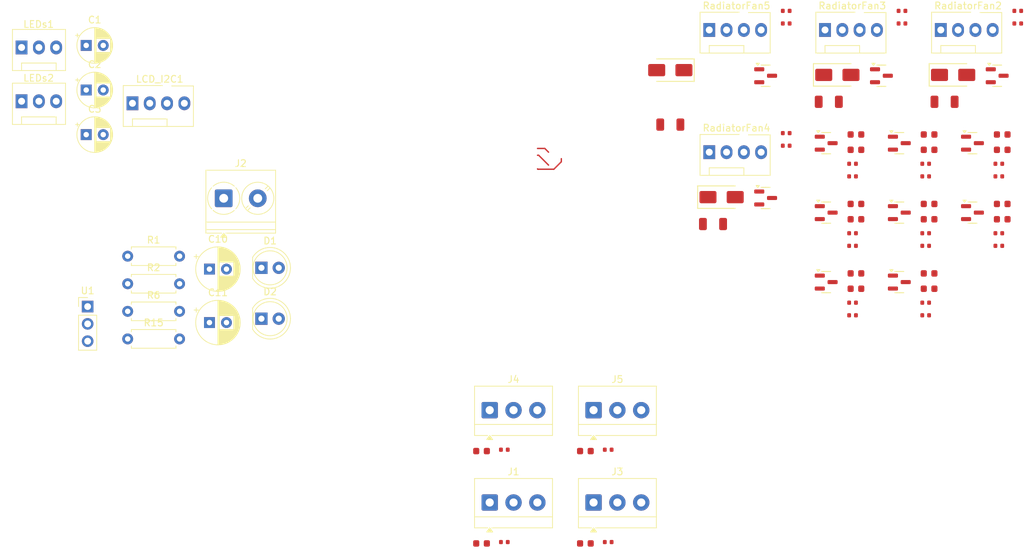
<source format=kicad_pcb>
(kicad_pcb (version 20241229) (generator "pcbnew") (generator_version "9.0")
  (layers (0 "F.Cu" signal) (2 "B.Cu" signal) (13 "F.Paste" user) (15 "B.Paste" user) (5 "F.SilkS" user "F.Silkscreen") (7 "B.SilkS" user "B.Silkscreen") (1 "F.Mask" user) (3 "B.Mask" user) (25 "Edge.Cuts" user))
  (net 0 "")
  (net 1 "+3V3")
  (net 2 "GND")
  (net 3 "+5V")
  (net 4 "+12V")
  (net 5 "/Fan 1/level_shifter/vcc_hv")
  (net 6 "/Fan 1/level_shifter/sig_hv")
  (net 7 "Net-(D1-A)")
  (net 8 "Net-(D2-A)")
  (net 9 "SDA")
  (net 10 "SCL")
  (net 11 "Net-(LEDs1-Pin_2)")
  (net 12 "Net-(LEDs2-Pin_2)")
  (net 13 "/Fan 1/level_shifter1/sig_hv")
  (net 14 "/Fan 1/level_shifter1/vcc_hv")
  (net 15 "/Fan 2/level_shifter/vcc_hv")
  (net 16 "/Fan 2/level_shifter/sig_hv")
  (net 17 "CASE_LED_5V")
  (net 18 "STATUS_LED_5V")
  (net 19 "/Fan 2/level_shifter1/sig_hv")
  (net 20 "/Fan 2/level_shifter1/vcc_hv")
  (net 21 "/Fan 3/level_shifter/sig_hv")
  (net 22 "/Fan 3/level_shifter/vcc_hv")
  (net 23 "/Fan 3/level_shifter1/vcc_hv")
  (net 24 "/Fan 3/level_shifter1/sig_hv")
  (net 25 "/Fan 4/level_shifter/vcc_hv")
  (net 26 "/Fan 4/level_shifter/sig_hv")
  (net 27 "/Fan 4/level_shifter1/sig_hv")
  (net 28 "/Fan 4/level_shifter1/vcc_hv")
  (net 29 "/Fan 1/level_shifter/sig_lv")
  (net 32 "/Fan 1/level_shifter1/sig_lv")
  (net 33 "/Fan 2/level_shifter/sig_lv")
  (net 35 "/Fan 2/level_shifter1/sig_lv")
  (net 38 "/Fan 3/level_shifter/sig_lv")
  (net 40 "/Fan 3/level_shifter1/sig_lv")
  (net 42 "/Fan 4/level_shifter/sig_lv")
  (net 44 "/Fan 4/level_shifter1/sig_lv")
  (net 45 "Net-(Q2-D)")
  (net 46 "Net-(Q4-D)")
  (net 47 "Net-(Q7-D)")
  (net 48 "Net-(Q10-D)")
  (net 49 "/Fan 1/level_shifter/vcc_lv")
  (net 50 "Net-(Q2-G)")
  (net 51 "/Fan 1/level_shifter1/vcc_lv")
  (net 52 "Net-(Q4-G)")
  (net 53 "/Fan 2/level_shifter/vcc_lv")
  (net 54 "/Fan 2/level_shifter1/vcc_lv")
  (net 55 "Net-(Q7-G)")
  (net 56 "/Fan 3/level_shifter/vcc_lv")
  (net 57 "/Fan 3/level_shifter1/vcc_lv")
  (net 58 "Net-(Q10-G)")
  (net 59 "/Fan 4/level_shifter/vcc_lv")
  (net 60 "/Fan 4/level_shifter1/vcc_lv")
  (net 61 "/Fan 1/fan_mosfet_in")
  (net 62 "/Fan 2/fan_mosfet_in")
  (net 63 "/Fan 3/fan_mosfet_in")
  (net 64 "/Fan 4/fan_mosfet_in")
  (net 65 "/Fan 1/Sig HV_1")
  (net 66 "/Fan 1/Sig HV")
  (net 67 "/Fan 2/Sig HV_1")
  (net 68 "/Fan 2/Sig HV")
  (net 69 "/Fan 3/Sig HV_1")
  (net 70 "/Fan 3/Sig HV")
  (net 71 "/Fan 4/Sig HV")
  (net 72 "/Fan 4/Sig HV_1")
  (net 73 "/Temp1/data")
  (net 74 "/Temp2/data")
  (net 75 "/Temp3/data")
  (net 76 "/Temp4/data")
  (footprint "PCM_JLCPCB:R_0402" (layer "F.Cu") (at 215.5 109.15)
    (property "Reference" "R4" (hide yes))
    (property "Value" "10kΩ" (hide yes))
    (pad "1" smd roundrect (at -0.5 0) (size 0.56 0.62) (layers "F.Cu" "F.Mask" "F.Paste") (net 49 "/Fan 1/level_shifter/vcc_lv"))
    (pad "2" smd roundrect (at 0.5 0) (size 0.56 0.62) (layers "F.Cu" "F.Mask" "F.Paste") (net 29 "/Fan 1/level_shifter/sig_lv"))
  )
  (footprint "Connector:FanPinHeader_1x04_P2.54mm_Vertical" (layer "F.Cu") (at 217.72 69.1)
    (property "Reference" "RadiatorFan2" (at 4 -3.55 0) (layer "F.SilkS"))
    (property "Value" "Fan_4pin")
    (pad "" np_thru_hole circle (at 5.08 -2.16 90) (size 1.1 1.1) (drill 1.1) (layers "*.Cu" "*.Mask"))
    (pad "1" thru_hole rect (at 0 0 90) (size 2.03 1.73) (drill 1.02) (layers "*.Cu" "*.Mask") (net 45 "Net-(Q2-D)"))
    (pad "2" thru_hole oval (at 2.54 0 90) (size 2.03 1.73) (drill 1.02) (layers "*.Cu" "*.Mask") (net 4 "+12V"))
    (pad "3" thru_hole oval (at 5.08 0 90) (size 2.03 1.73) (drill 1.02) (layers "*.Cu" "*.Mask") (net 65 "/Fan 1/Sig HV_1"))
    (pad "4" thru_hole oval (at 7.62 0 90) (size 2.03 1.73) (drill 1.02) (layers "*.Cu" "*.Mask") (net 66 "/Fan 1/Sig HV"))
  )
  (footprint "PCM_JLCPCB:C_0603" (layer "F.Cu") (at 226.74 96.9)
    (property "Reference" "C17" (hide yes))
    (property "Value" "100nF")
    (pad "1" smd roundrect (at -0.78 0) (size 0.9 0.95) (layers "F.Cu" "F.Mask" "F.Paste"))
    (pad "2" smd roundrect (at 0.78 0) (size 0.9 0.95) (layers "F.Cu" "F.Mask" "F.Paste") (net 32 "/Fan 1/level_shifter1/sig_lv"))
  )
  (footprint "PCM_JLCPCB:R_0402" (layer "F.Cu") (at 204.76 98.95)
    (property "Reference" "R37" (hide yes))
    (property "Value" "10kΩ" (hide yes))
    (pad "1" smd roundrect (at -0.5 0) (size 0.56 0.62) (layers "F.Cu" "F.Mask" "F.Paste") (net 60 "/Fan 4/level_shifter1/vcc_lv"))
    (pad "2" smd roundrect (at 0.5 0) (size 0.56 0.62) (layers "F.Cu" "F.Mask" "F.Paste") (net 44 "/Fan 4/level_shifter1/sig_lv"))
  )
  (footprint "PCM_JLCPCB:C_0603" (layer "F.Cu") (at 226.74 84.45)
    (property "Reference" "C8" (hide yes))
    (property "Value" "100nF")
    (pad "1" smd roundrect (at -0.78 0) (size 0.9 0.95) (layers "F.Cu" "F.Mask" "F.Paste") (net 15 "/Fan 2/level_shifter/vcc_hv"))
    (pad "2" smd roundrect (at 0.78 0) (size 0.9 0.95) (layers "F.Cu" "F.Mask" "F.Paste") (net 16 "/Fan 2/level_shifter/sig_hv"))
  )
  (footprint "PCM_JLCPCB:D_SMA" (layer "F.Cu") (at 178 75 180)
    (property "Reference" "D9" (hide yes))
    (property "Value" "SS14")
    (pad "1" smd roundrect (at -2 0 180) (size 2.5 1.8) (layers "F.Cu" "F.Mask" "F.Paste") (roundrect_rratio 0.1388888889) (net 4 "+12V"))
    (pad "2" smd roundrect (at 2 0 180) (size 2.5 1.8) (layers "F.Cu" "F.Mask" "F.Paste") (roundrect_rratio 0.1388888889) (net 48 "Net-(Q10-D)"))
  )
  (footprint "PCM_JLCPCB:Q_SOT-23" (layer "F.Cu") (at 192 93.775)
    (property "Reference" "Q7" (hide yes))
    (property "Value" "AO3400A")
    (pad "1" smd roundrect (at -0.94 -0.95) (size 1.48 0.6) (layers "F.Cu" "F.Mask" "F.Paste") (net 55 "Net-(Q7-G)"))
    (pad "2" smd roundrect (at -0.94 0.95) (size 1.48 0.6) (layers "F.Cu" "F.Mask" "F.Paste") (net 2 "GND"))
    (pad "3" smd roundrect (at 0.94 0) (size 1.48 0.6) (layers "F.Cu" "F.Mask" "F.Paste") (net 47 "Net-(Q7-D)"))
  )
  (footprint "TerminalBlock_4Ucon:TerminalBlock_4Ucon_1x03_P3.50mm_Horizontal" (layer "F.Cu") (at 151.48 124.93)
    (property "Reference" "J4" (at 3.5 -4.52 0) (layer "F.SilkS"))
    (property "Value" "Temp1")
    (pad "1" thru_hole roundrect (at 0 0) (size 2.4 2.4) (drill 1.2) (layers "*.Cu" "*.Mask") (roundrect_rratio 0.104167) (net 1 "+3V3"))
    (pad "2" thru_hole circle (at 3.5 0) (size 2.4 2.4) (drill 1.2) (layers "*.Cu" "*.Mask") (net 75 "/Temp3/data"))
    (pad "3" thru_hole circle (at 7 0) (size 2.4 2.4) (drill 1.2) (layers "*.Cu" "*.Mask") (net 2 "GND"))
  )
  (footprint "PCM_JLCPCB:R_0402" (layer "F.Cu") (at 226.24 98.95)
    (property "Reference" "R19" (hide yes))
    (property "Value" "10kΩ" (hide yes))
    (pad "1" smd roundrect (at -0.5 0) (size 0.56 0.62) (layers "F.Cu" "F.Mask" "F.Paste") (net 51 "/Fan 1/level_shifter1/vcc_lv"))
    (pad "2" smd roundrect (at 0.5 0) (size 0.56 0.62) (layers "F.Cu" "F.Mask" "F.Paste") (net 32 "/Fan 1/level_shifter1/sig_lv"))
  )
  (footprint "Capacitor_THT:CP_Radial_D5.0mm_P2.50mm" (layer "F.Cu") (at 92.229775 71.37)
    (property "Reference" "C1" (at 1.25 -3.75 0) (layer "F.SilkS"))
    (property "Value" "22u")
    (pad "1" thru_hole rect (at 0 0) (size 1.6 1.6) (drill 0.8) (layers "*.Cu" "*.Mask") (net 1 "+3V3"))
    (pad "2" thru_hole circle (at 2.5 0) (size 1.6 1.6) (drill 0.8) (layers "*.Cu" "*.Mask") (net 2 "GND"))
  )
  (footprint "PCM_JLCPCB:R_0402" (layer "F.Cu") (at 212.02 66.3)
    (property "Reference" "R21" (hide yes))
    (property "Value" "1kΩ" (hide yes))
    (pad "1" smd roundrect (at -0.5 0) (size 0.56 0.62) (layers "F.Cu" "F.Mask" "F.Paste") (net 62 "/Fan 2/fan_mosfet_in"))
    (pad "2" smd roundrect (at 0.5 0) (size 0.56 0.62) (layers "F.Cu" "F.Mask" "F.Paste") (net 52 "Net-(Q4-G)"))
  )
  (footprint "PCM_JLCPCB:C_0603" (layer "F.Cu") (at 226.74 94.65)
    (property "Reference" "C7" (hide yes))
    (property "Value" "100nF")
    (pad "1" smd roundrect (at -0.78 0) (size 0.9 0.95) (layers "F.Cu" "F.Mask" "F.Paste") (net 14 "/Fan 1/level_shifter1/vcc_hv"))
    (pad "2" smd roundrect (at 0.78 0) (size 0.9 0.95) (layers "F.Cu" "F.Mask" "F.Paste") (net 13 "/Fan 1/level_shifter1/sig_hv"))
  )
  (footprint "Resistor_THT:R_Axial_DIN0207_L6.3mm_D2.5mm_P7.62mm_Horizontal" (layer "F.Cu") (at 98.32 106.37)
    (property "Reference" "R2" (at 3.81 -2.37 0) (layer "F.SilkS"))
    (property "Value" "1k")
    (pad "1" thru_hole circle (at 0 0) (size 1.6 1.6) (drill 0.8) (layers "*.Cu" "*.Mask") (net 8 "Net-(D2-A)"))
    (pad "2" thru_hole oval (at 7.62 0) (size 1.6 1.6) (drill 0.8) (layers "*.Cu" "*.Mask") (net 4 "+12V"))
  )
  (footprint "Resistor_THT:R_Axial_DIN0207_L6.3mm_D2.5mm_P7.62mm_Horizontal" (layer "F.Cu") (at 98.32 110.42)
    (property "Reference" "R6" (at 3.81 -2.37 0) (layer "F.SilkS"))
    (property "Value" "300")
    (pad "1" thru_hole circle (at 0 0) (size 1.6 1.6) (drill 0.8) (layers "*.Cu" "*.Mask") (net 17 "CASE_LED_5V"))
    (pad "2" thru_hole oval (at 7.62 0) (size 1.6 1.6) (drill 0.8) (layers "*.Cu" "*.Mask") (net 12 "Net-(LEDs2-Pin_2)"))
  )
  (footprint "Resistor_THT:R_Axial_DIN0207_L6.3mm_D2.5mm_P7.62mm_Horizontal" (layer "F.Cu") (at 98.32 102.32)
    (property "Reference" "R1" (at 3.81 -2.37 0) (layer "F.SilkS"))
    (property "Value" "300")
    (pad "1" thru_hole circle (at 0 0) (size 1.6 1.6) (drill 0.8) (layers "*.Cu" "*.Mask") (net 7 "Net-(D1-A)"))
    (pad "2" thru_hole oval (at 7.62 0) (size 1.6 1.6) (drill 0.8) (layers "*.Cu" "*.Mask") (net 3 "+5V"))
  )
  (footprint "PCM_JLCPCB:R_0402" (layer "F.Cu") (at 215.5 111)
    (property "Reference" "R5" (hide yes))
    (property "Value" "10kΩ" (hide yes))
    (pad "1" smd roundrect (at -0.5 0) (size 0.56 0.62) (layers "F.Cu" "F.Mask" "F.Paste") (net 5 "/Fan 1/level_shifter/vcc_hv"))
    (pad "2" smd roundrect (at 0.5 0) (size 0.56 0.62) (layers "F.Cu" "F.Mask" "F.Paste") (net 6 "/Fan 1/level_shifter/sig_hv"))
  )
  (footprint "LED_THT:LED_D5.0mm" (layer "F.Cu") (at 117.96 111.5)
    (property "Reference" "D2" (at 1.27 -3.96 0) (layer "F.SilkS"))
    (property "Value" "12V")
    (pad "1" thru_hole rect (at 0 0) (size 1.8 1.8) (drill 0.9) (layers "*.Cu" "*.Mask") (net 2 "GND"))
    (pad "2" thru_hole circle (at 2.54 0) (size 1.8 1.8) (drill 0.9) (layers "*.Cu" "*.Mask") (net 8 "Net-(D2-A)"))
  )
  (footprint "Connector_PinHeader_2.54mm:PinHeader_1x03_P2.54mm_Vertical" (layer "F.Cu") (at 92.44 109.72)
    (property "Reference" "U1" (at 0 -2.33 0) (layer "F.SilkS"))
    (property "Value" "L7805")
    (pad "1" thru_hole rect (at 0 0) (size 1.7 1.7) (drill 1) (layers "*.Cu" "*.Mask") (net 4 "+12V"))
    (pad "2" thru_hole oval (at 0 2.54) (size 1.7 1.7) (drill 1) (layers "*.Cu" "*.Mask") (net 2 "GND"))
    (pad "3" thru_hole oval (at 0 5.08) (size 1.7 1.7) (drill 1) (layers "*.Cu" "*.Mask") (net 3 "+5V"))
  )
  (footprint "PCM_JLCPCB:D_SMA" (layer "F.Cu") (at 219.53 75.7)
    (property "Reference" "D6" (hide yes))
    (property "Value" "SS14")
    (pad "1" smd roundrect (at -2 0) (size 2.5 1.8) (layers "F.Cu" "F.Mask" "F.Paste") (roundrect_rratio 0.1388888889) (net 4 "+12V"))
    (pad "2" smd roundrect (at 2 0) (size 2.5 1.8) (layers "F.Cu" "F.Mask" "F.Paste") (roundrect_rratio 0.1388888889) (net 45 "Net-(Q2-D)"))
  )
  (footprint "PCM_JLCPCB:Q_SOT-23" (layer "F.Cu") (at 211.63 106.125)
    (property "Reference" "Q1" (hide yes))
    (property "Value" "BSS138")
    (pad "1" smd roundrect (at -0.94 -0.95) (size 1.48 0.6) (layers "F.Cu" "F.Mask" "F.Paste") (net 49 "/Fan 1/level_shifter/vcc_lv"))
    (pad "2" smd roundrect (at -0.94 0.95) (size 1.48 0.6) (layers "F.Cu" "F.Mask" "F.Paste") (net 29 "/Fan 1/level_shifter/sig_lv"))
    (pad "3" smd roundrect (at 0.94 0) (size 1.48 0.6) (layers "F.Cu" "F.Mask" "F.Paste") (net 6 "/Fan 1/level_shifter/sig_hv"))
  )
  (footprint "Capacitor_THT:CP_Radial_D6.3mm_P2.50mm" (layer "F.Cu") (at 110.325241 104.22)
    (property "Reference" "C10" (at 1.25 -4.4 0) (layer "F.SilkS"))
    (property "Value" "100u")
    (pad "1" thru_hole rect (at 0 0) (size 1.6 1.6) (drill 0.8) (layers "*.Cu" "*.Mask") (net 4 "+12V"))
    (pad "2" thru_hole circle (at 2.5 0) (size 1.6 1.6) (drill 0.8) (layers "*.Cu" "*.Mask") (net 2 "GND"))
  )
  (footprint "PCM_JLCPCB:Q_SOT-23" (layer "F.Cu") (at 200.89 106.125)
    (property "Reference" "Q8" (hide yes))
    (property "Value" "BSS138")
    (pad "1" smd roundrect (at -0.94 -0.95) (size 1.48 0.6) (layers "F.Cu" "F.Mask" "F.Paste") (net 56 "/Fan 3/level_shifter/vcc_lv"))
    (pad "2" smd roundrect (at -0.94 0.95) (size 1.48 0.6) (layers "F.Cu" "F.Mask" "F.Paste") (net 38 "/Fan 3/level_shifter/sig_lv"))
    (pad "3" smd roundrect (at 0.94 0) (size 1.48 0.6) (layers "F.Cu" "F.Mask" "F.Paste") (net 21 "/Fan 3/level_shifter/sig_hv"))
  )
  (footprint "PCM_JLCPCB:C_0603" (layer "F.Cu") (at 216 86.7)
    (property "Reference" "C21" (hide yes))
    (property "Value" "100nF")
    (pad "1" smd roundrect (at -0.78 0) (size 0.9 0.95) (layers "F.Cu" "F.Mask" "F.Paste"))
    (pad "2" smd roundrect (at 0.78 0) (size 0.9 0.95) (layers "F.Cu" "F.Mask" "F.Paste") (net 40 "/Fan 3/level_shifter1/sig_lv"))
  )
  (footprint "PCM_JLCPCB:Q_SOT-23" (layer "F.Cu") (at 226 75.825)
    (property "Reference" "Q2" (hide yes))
    (property "Value" "AO3400A")
    (pad "1" smd roundrect (at -0.94 -0.95) (size 1.48 0.6) (layers "F.Cu" "F.Mask" "F.Paste") (net 50 "Net-(Q2-G)"))
    (pad "2" smd roundrect (at -0.94 0.95) (size 1.48 0.6) (layers "F.Cu" "F.Mask" "F.Paste") (net 2 "GND"))
    (pad "3" smd roundrect (at 0.94 0) (size 1.48 0.6) (layers "F.Cu" "F.Mask" "F.Paste") (net 45 "Net-(Q2-D)"))
  )
  (footprint "PCM_JLCPCB:R_0402" (layer "F.Cu") (at 226.24 88.75)
    (property "Reference" "R23" (hide yes))
    (property "Value" "10kΩ" (hide yes))
    (pad "1" smd roundrect (at -0.5 0) (size 0.56 0.62) (layers "F.Cu" "F.Mask" "F.Paste") (net 53 "/Fan 2/level_shifter/vcc_lv"))
    (pad "2" smd roundrect (at 0.5 0) (size 0.56 0.62) (layers "F.Cu" "F.Mask" "F.Paste") (net 33 "/Fan 2/level_shifter/sig_lv"))
  )
  (footprint "PCM_JLCPCB:R_0402" (layer "F.Cu") (at 226.24 90.6)
    (property "Reference" "R24" (hide yes))
    (property "Value" "10kΩ" (hide yes))
    (pad "1" smd roundrect (at -0.5 0) (size 0.56 0.62) (layers "F.Cu" "F.Mask" "F.Paste") (net 15 "/Fan 2/level_shifter/vcc_hv"))
    (pad "2" smd roundrect (at 0.5 0) (size 0.56 0.62) (layers "F.Cu" "F.Mask" "F.Paste") (net 16 "/Fan 2/level_shifter/sig_hv"))
  )
  (footprint "PCM_JLCPCB:C_0603" (layer "F.Cu") (at 226.74 86.7)
    (property "Reference" "C18" (hide yes))
    (property "Value" "100nF")
    (pad "1" smd roundrect (at -0.78 0) (size 0.9 0.95) (layers "F.Cu" "F.Mask" "F.Paste"))
    (pad "2" smd roundrect (at 0.78 0) (size 0.9 0.95) (layers "F.Cu" "F.Mask" "F.Paste") (net 33 "/Fan 2/level_shifter/sig_lv"))
  )
  (footprint "PCM_JLCPCB:D_SMA" (layer "F.Cu") (at 185.53 93.65)
    (property "Reference" "D8" (hide yes))
    (property "Value" "SS14")
    (pad "1" smd roundrect (at -2 0) (size 2.5 1.8) (layers "F.Cu" "F.Mask" "F.Paste") (roundrect_rratio 0.1388888889) (net 4 "+12V"))
    (pad "2" smd roundrect (at 2 0) (size 2.5 1.8) (layers "F.Cu" "F.Mask" "F.Paste") (roundrect_rratio 0.1388888889) (net 47 "Net-(Q7-D)"))
  )
  (footprint "PCM_JLCPCB:Q_SOT-23" (layer "F.Cu") (at 200.89 85.725)
    (property "Reference" "Q11" (hide yes))
    (property "Value" "BSS138")
    (pad "1" smd roundrect (at -0.94 -0.95) (size 1.48 0.6) (layers "F.Cu" "F.Mask" "F.Paste") (net 59 "/Fan 4/level_shifter/vcc_lv"))
    (pad "2" smd roundrect (at -0.94 0.95) (size 1.48 0.6) (layers "F.Cu" "F.Mask" "F.Paste") (net 42 "/Fan 4/level_shifter/sig_lv"))
    (pad "3" smd roundrect (at 0.94 0) (size 1.48 0.6) (layers "F.Cu" "F.Mask" "F.Paste") (net 26 "/Fan 4/level_shifter/sig_hv"))
  )
  (footprint "PCM_JLCPCB:R_0402" (layer "F.Cu") (at 195.02 86.1)
    (property "Reference" "R28" (hide yes))
    (property "Value" "10kΩ" (hide yes))
    (pad "1" smd roundrect (at -0.5 0) (size 0.56 0.62) (layers "F.Cu" "F.Mask" "F.Paste") (net 55 "Net-(Q7-G)"))
    (pad "2" smd roundrect (at 0.5 0) (size 0.56 0.62) (layers "F.Cu" "F.Mask" "F.Paste") (net 2 "GND"))
  )
  (footprint "PCM_JLCPCB:Q_SOT-23" (layer "F.Cu") (at 209 75.825)
    (property "Reference" "Q4" (hide yes))
    (property "Value" "AO3400A")
    (pad "1" smd roundrect (at -0.94 -0.95) (size 1.48 0.6) (layers "F.Cu" "F.Mask" "F.Paste") (net 52 "Net-(Q4-G)"))
    (pad "2" smd roundrect (at -0.94 0.95) (size 1.48 0.6) (layers "F.Cu" "F.Mask" "F.Paste") (net 2 "GND"))
    (pad "3" smd roundrect (at 0.94 0) (size 1.48 0.6) (layers "F.Cu" "F.Mask" "F.Paste") (net 46 "Net-(Q4-D)"))
  )
  (footprint "Connector:FanPinHeader_1x03_P2.54mm_Vertical" (layer "F.Cu") (at 82.74 79.57)
    (property "Reference" "LEDs2" (at 2.5 -3.4 0) (layer "F.SilkS"))
    (property "Value" "DigiTempSens1")
    (pad "1" thru_hole rect (at 0 0 90) (size 2.03 1.73) (drill 1.02) (layers "*.Cu" "*.Mask") (net 2 "GND"))
    (pad "2" thru_hole oval (at 2.54 0 90) (size 2.03 1.73) (drill 1.02) (layers "*.Cu" "*.Mask") (net 12 "Net-(LEDs2-Pin_2)"))
    (pad "3" thru_hole oval (at 5.08 0 90) (size 2.03 1.73) (drill 1.02) (layers "*.Cu" "*.Mask") (net 4 "+12V"))
  )
  (footprint "PCM_JLCPCB:C_0603" (layer "F.Cu") (at 216 107.1)
    (property "Reference" "C16" (hide yes))
    (property "Value" "100nF")
    (pad "1" smd roundrect (at -0.78 0) (size 0.9 0.95) (layers "F.Cu" "F.Mask" "F.Paste"))
    (pad "2" smd roundrect (at 0.78 0) (size 0.9 0.95) (layers "F.Cu" "F.Mask" "F.Paste") (net 29 "/Fan 1/level_shifter/sig_lv"))
  )
  (footprint "Capacitor_THT:CP_Radial_D5.0mm_P2.50mm" (layer "F.Cu") (at 92.229775 77.92)
    (property "Reference" "C2" (at 1.25 -3.75 0) (layer "F.SilkS"))
    (property "Value" "22u")
    (pad "1" thru_hole rect (at 0 0) (size 1.6 1.6) (drill 0.8) (layers "*.Cu" "*.Mask") (net 3 "+5V"))
    (pad "2" thru_hole circle (at 2.5 0) (size 1.6 1.6) (drill 0.8) (layers "*.Cu" "*.Mask") (net 2 "GND"))
  )
  (footprint "PCM_JLCPCB:C_0603" (layer "F.Cu") (at 216 104.85)
    (property "Reference" "C6" (hide yes))
    (property "Value" "100nF")
    (pad "1" smd roundrect (at -0.78 0) (size 0.9 0.95) (layers "F.Cu" "F.Mask" "F.Paste") (net 5 "/Fan 1/level_shifter/vcc_hv"))
    (pad "2" smd roundrect (at 0.78 0) (size 0.9 0.95) (layers "F.Cu" "F.Mask" "F.Paste") (net 6 "/Fan 1/level_shifter/sig_hv"))
  )
  (footprint "Capacitor_THT:CP_Radial_D6.3mm_P2.50mm" (layer "F.Cu") (at 110.325241 112.07)
    (property "Reference" "C11" (at 1.25 -4.4 0) (layer "F.SilkS"))
    (property "Value" "100u")
    (pad "1" thru_hole rect (at 0 0) (size 1.6 1.6) (drill 0.8) (layers "*.Cu" "*.Mask") (net 4 "+12V"))
    (pad "2" thru_hole circle (at 2.5 0) (size 1.6 1.6) (drill 0.8) (layers "*.Cu" "*.Mask") (net 2 "GND"))
  )
  (footprint "PCM_JLCPCB:R_0402" (layer "F.Cu") (at 226.24 100.8)
    (property "Reference" "R20" (hide yes))
    (property "Value" "10kΩ" (hide yes))
    (pad "1" smd roundrect (at -0.5 0) (size 0.56 0.62) (layers "F.Cu" "F.Mask" "F.Paste") (net 14 "/Fan 1/level_shifter1/vcc_hv"))
    (pad "2" smd roundrect (at 0.5 0) (size 0.56 0.62) (layers "F.Cu" "F.Mask" "F.Paste") (net 13 "/Fan 1/level_shifter1/sig_hv"))
  )
  (footprint "PCM_JLCPCB:Q_SOT-23" (layer "F.Cu") (at 211.63 85.725)
    (property "Reference" "Q9" (hide yes))
    (property "Value" "BSS138")
    (pad "1" smd roundrect (at -0.94 -0.95) (size 1.48 0.6) (layers "F.Cu" "F.Mask" "F.Paste") (net 57 "/Fan 3/level_shifter1/vcc_lv"))
    (pad "2" smd roundrect (at -0.94 0.95) (size 1.48 0.6) (layers "F.Cu" "F.Mask" "F.Paste") (net 40 "/Fan 3/level_shifter1/sig_lv"))
    (pad "3" smd roundrect (at 0.94 0) (size 1.48 0.6) (layers "F.Cu" "F.Mask" "F.Paste") (net 24 "/Fan 3/level_shifter1/sig_hv"))
  )
  (footprint "PCM_JLCPCB:C_1206" (layer "F.Cu") (at 218.27 79.65)
    (property "Reference" "C24" (hide yes))
    (property "Value" "22uF")
    (pad "1" smd roundrect (at -1.48 0) (size 1.15 1.8) (layers "F.Cu" "F.Mask" "F.Paste") (roundrect_rratio 0.217391) (net 4 "+12V"))
    (pad "2" smd roundrect (at 1.48 0) (size 1.15 1.8) (layers "F.Cu" "F.Mask" "F.Paste") (roundrect_rratio 0.217391) (net 45 "Net-(Q2-D)"))
  )
  (footprint "PCM_JLCPCB:C_0603" (layer "F.Cu") (at 165.53 130.94)
    (property "Reference" "C31" (hide yes))
    (property "Value" "100nF")
    (pad "1" smd roundrect (at -0.78 0) (size 0.9 0.95) (layers "F.Cu" "F.Mask" "F.Paste") (net 1 "+3V3"))
    (pad "2" smd roundrect (at 0.78 0) (size 0.9 0.95) (layers "F.Cu" "F.Mask" "F.Paste") (net 2 "GND"))
  )
  (footprint "TerminalBlock_4Ucon:TerminalBlock_4Ucon_1x03_P3.50mm_Horizontal" (layer "F.Cu") (at 151.48 138.49)
    (property "Reference" "J1" (at 3.5 -4.52 0) (layer "F.SilkS"))
    (property "Value" "Temp1")
    (pad "1" thru_hole roundrect (at 0 0) (size 2.4 2.4) (drill 1.2) (layers "*.Cu" "*.Mask") (roundrect_rratio 0.104167) (net 1 "+3V3"))
    (pad "2" thru_hole circle (at 3.5 0) (size 2.4 2.4) (drill 1.2) (layers "*.Cu" "*.Mask") (net 73 "/Temp1/data"))
    (pad "3" thru_hole circle (at 7 0) (size 2.4 2.4) (drill 1.2) (layers "*.Cu" "*.Mask") (net 2 "GND"))
  )
  (footprint "PCM_JLCPCB:R_0402" (layer "F.Cu") (at 215.5 98.95)
    (property "Reference" "R25" (hide yes))
    (property "Value" "10kΩ" (hide yes))
    (pad "1" smd roundrect (at -0.5 0) (size 0.56 0.62) (layers "F.Cu" "F.Mask" "F.Paste") (net 54 "/Fan 2/level_shifter1/vcc_lv"))
    (pad "2" smd roundrect (at 0.5 0) (size 0.56 0.62) (layers "F.Cu" "F.Mask" "F.Paste") (net 35 "/Fan 2/level_shifter1/sig_lv"))
  )
  (footprint "PCM_JLCPCB:C_0603" (layer "F.Cu") (at 205.26 96.9)
    (property "Reference" "C23" (hide yes))
    (property "Value" "100nF")
    (pad "1" smd roundrect (at -0.78 0) (size 0.9 0.95) (layers "F.Cu" "F.Mask" "F.Paste"))
    (pad "2" smd roundrect (at 0.78 0) (size 0.9 0.95) (layers "F.Cu" "F.Mask" "F.Paste") (net 44 "/Fan 4/level_shifter1/sig_lv"))
  )
  (footprint "Connector:FanPinHeader_1x04_P2.54mm_Vertical" (layer "F.Cu") (at 200.72 69.1)
    (property "Reference" "RadiatorFan3" (at 4 -3.55 0) (layer "F.SilkS"))
    (property "Value" "Fan_4pin")
    (pad "" np_thru_hole circle (at 5.08 -2.16 90) (size 1.1 1.1) (drill 1.1) (layers "*.Cu" "*.Mask"))
    (pad "1" thru_hole rect (at 0 0 90) (size 2.03 1.73) (drill 1.02) (layers "*.Cu" "*.Mask") (net 46 "Net-(Q4-D)"))
    (pad "2" thru_hole oval (at 2.54 0 90) (size 2.03 1.73) (drill 1.02) (layers "*.Cu" "*.Mask") (net 4 "+12V"))
    (pad "3" thru_hole oval (at 5.08 0 90) (size 2.03 1.73) (drill 1.02) (layers "*.Cu" "*.Mask") (net 67 "/Fan 2/Sig HV_1"))
    (pad "4" thru_hole oval (at 7.62 0 90) (size 2.03 1.73) (drill 1.02) (layers "*.Cu" "*.Mask") (net 68 "/Fan 2/Sig HV"))
  )
  (footprint "PCM_JLCPCB:Q_SOT-23" (layer "F.Cu") (at 222.37 85.725)
    (property "Reference" "Q5" (hide yes))
    (property "Value" "BSS138")
    (pad "1" smd roundrect (at -0.94 -0.95) (size 1.48 0.6) (layers "F.Cu" "F.Mask" "F.Paste") (net 53 "/Fan 2/level_shifter/vcc_lv"))
    (pad "2" smd roundrect (at -0.94 0.95) (size 1.48 0.6) (layers "F.Cu" "F.Mask" "F.Paste") (net 33 "/Fan 2/level_shifter/sig_lv"))
    (pad "3" smd roundrect (at 0.94 0) (size 1.48 0.6) (layers "F.Cu" "F.Mask" "F.Paste") (net 16 "/Fan 2/level_shifter/sig_hv"))
  )
  (footprint "PCM_JLCPCB:Q_SOT-23" (layer "F.Cu") (at 192 75.825)
    (property "Reference" "Q10" (hide yes))
    (property "Value" "AO3400A")
    (pad "1" smd roundrect (at -0.94 -0.95) (size 1.48 0.6) (layers "F.Cu" "F.Mask" "F.Paste") (net 58 "Net-(Q10-G)"))
    (pad "2" smd roundrect (at -0.94 0.95) (size 1.48 0.6) (layers "F.Cu" "F.Mask" "F.Paste") (net 2 "GND"))
    (pad "3" smd roundrect (at 0.94 0) (size 1.48 0.6) (layers "F.Cu" "F.Mask" "F.Paste") (net 48 "Net-(Q10-D)"))
  )
  (footprint "PCM_JLCPCB:R_0402" (layer "F.Cu") (at 204.76 90.6)
    (property "Reference" "R36" (hide yes))
    (property "Value" "10kΩ" (hide yes))
    (pad "1" smd roundrect (at -0.5 0) (size 0.56 0.62) (layers "F.Cu" "F.Mask" "F.Paste") (net 25 "/Fan 4/level_shifter/vcc_hv"))
    (pad "2" smd roundrect (at 0.5 0) (size 0.56 0.62) (layers "F.Cu" "F.Mask" "F.Paste") (net 26 "/Fan 4/level_shifter/sig_hv"))
  )
  (footprint "PCM_JLCPCB:R_0402" (layer "F.Cu") (at 204.76 109.15)
    (property "Reference" "R29" (hide yes))
    (property "Value" "10kΩ" (hide yes))
    (pad "1" smd roundrect (at -0.5 0) (size 0.56 0.62) (layers "F.Cu" "F.Mask" "F.Paste") (net 56 "/Fan 3/level_shifter/vcc_lv"))
    (pad "2" smd roundrect (at 0.5 0) (size 0.56 0.62) (layers "F.Cu" "F.Mask" "F.Paste") (net 38 "/Fan 3/level_shifter/sig_lv"))
  )
  (footprint "Resistor_THT:R_Axial_DIN0207_L6.3mm_D2.5mm_P7.62mm_Horizontal" (layer "F.Cu") (at 98.32 114.47)
    (property "Reference" "R15" (at 3.81 -2.37 0) (layer "F.SilkS"))
    (property "Value" "300")
    (pad "1" thru_hole circle (at 0 0) (size 1.6 1.6) (drill 0.8) (layers "*.Cu" "*.Mask") (net 18 "STATUS_LED_5V"))
    (pad "2" thru_hole oval (at 7.62 0) (size 1.6 1.6) (drill 0.8) (layers "*.Cu" "*.Mask") (net 11 "Net-(LEDs1-Pin_2)"))
  )
  (footprint "PCM_JLCPCB:C_1206" (layer "F.Cu") (at 184.27 97.6)
    (property "Reference" "C26" (hide yes))
    (property "Value" "22uF")
    (pad "1" smd roundrect (at -1.48 0) (size 1.15 1.8) (layers "F.Cu" "F.Mask" "F.Paste") (roundrect_rratio 0.217391) (net 4 "+12V"))
    (pad "2" smd roundrect (at 1.48 0) (size 1.15 1.8) (layers "F.Cu" "F.Mask" "F.Paste") (roundrect_rratio 0.217391) (net 47 "Net-(Q7-D)"))
  )
  (footprint "PCM_JLCPCB:R_0402" (layer "F.Cu") (at 153.63 144.3)
    (property "Reference" "R7" (hide yes))
    (property "Value" "4.7kΩ" (hide yes))
    (pad "1" smd roundrect (at -0.5 0) (size 0.56 0.62) (layers "F.Cu" "F.Mask" "F.Paste") (net 1 "+3V3"))
    (pad "2" smd roundrect (at 0.5 0) (size 0.56 0.62) (layers "F.Cu" "F.Mask" "F.Paste") (net 73 "/Temp1/data"))
  )
  (footprint "PCM_JLCPCB:R_0402" (layer "F.Cu") (at 168.88 144.3)
    (property "Reference" "R8" (hide yes))
    (property "Value" "4.7kΩ" (hide yes))
    (pad "1" smd roundrect (at -0.5 0) (size 0.56 0.62) (layers "F.Cu" "F.Mask" "F.Paste") (net 1 "+3V3"))
    (pad "2" smd roundrect (at 0.5 0) (size 0.56 0.62) (layers "F.Cu" "F.Mask" "F.Paste") (net 74 "/Temp2/data"))
  )
  (footprint "PCM_JLCPCB:R_0402" (layer "F.Cu") (at 215.5 90.6)
    (property "Reference" "R32" (hide yes))
    (property "Value" "10kΩ" (hide yes))
    (pad "1" smd roundrect (at -0.5 0) (size 0.56 0.62) (layers "F.Cu" "F.Mask" "F.Paste") (net 23 "/Fan 3/level_shifter1/vcc_hv"))
    (pad "2" smd roundrect (at 0.5 0) (size 0.56 0.62) (layers "F.Cu" "F.Mask" "F.Paste") (net 24 "/Fan 3/level_shifter1/sig_hv"))
  )
  (footprint "Connector:FanPinHeader_1x04_P2.54mm_Vertical" (layer "F.Cu") (at 99.02 79.87)
    (property "Reference" "LCD_I2C1" (at 4 -3.55 0) (layer "F.SilkS"))
    (property "Value" "LCD_I2C")
    (pad "" np_thru_hole circle (at 5.08 -2.16 90) (size 1.1 1.1) (drill 1.1) (layers "*.Cu" "*.Mask"))
    (pad "1" thru_hole rect (at 0 0 90) (size 2.03 1.73) (drill 1.02) (layers "*.Cu" "*.Mask") (net 2 "GND"))
    (pad "2" thru_hole oval (at 2.54 0 90) (size 2.03 1.73) (drill 1.02) (layers "*.Cu" "*.Mask") (net 9 "SDA"))
    (pad "3" thru_hole oval (at 5.08 0 90) (size 2.03 1.73) (drill 1.02) (layers "*.Cu" "*.Mask") (net 10 "SCL"))
    (pad "4" thru_hole oval (at 7.62 0 90) (size 2.03 1.73) (drill 1.02) (layers "*.Cu" "*.Mask") (net 1 "+3V3"))
  )
  (footprint "PCM_JLCPCB:C_0603" (layer "F.Cu") (at 205.26 104.85)
    (property "Reference" "C12" (hide yes))
    (property "Value" "100nF")
    (pad "1" smd roundrect (at -0.78 0) (size 0.9 0.95) (layers "F.Cu" "F.Mask" "F.Paste") (net 22 "/Fan 3/level_shifter/vcc_hv"))
    (pad "2" smd roundrect (at 0.78 0) (size 0.9 0.95) (layers "F.Cu" "F.Mask" "F.Paste") (net 21 "/Fan 3/level_shifter/sig_hv"))
  )
  (footprint "PCM_JLCPCB:C_0603" (layer "F.Cu") (at 165.53 144.5)
    (property "Reference" "C29" (hide yes))
    (property "Value" "100nF")
    (pad "1" smd roundrect (at -0.78 0) (size 0.9 0.95) (layers "F.Cu" "F.Mask" "F.Paste") (net 1 "+3V3"))
    (pad "2" smd roundrect (at 0.78 0) (size 0.9 0.95) (layers "F.Cu" "F.Mask" "F.Paste") (net 2 "GND"))
  )
  (footprint "Connector:FanPinHeader_1x03_P2.54mm_Vertical" (layer "F.Cu") (at 82.74 71.67)
    (property "Reference" "LEDs1" (at 2.5 -3.4 0) (layer "F.SilkS"))
    (property "Value" "DigiTempSens1")
    (pad "1" thru_hole rect (at 0 0 90) (size 2.03 1.73) (drill 1.02) (layers "*.Cu" "*.Mask") (net 2 "GND"))
    (pad "2" thru_hole oval (at 2.54 0 90) (size 2.03 1.73) (drill 1.02) (layers "*.Cu" "*.Mask") (net 11 "Net-(LEDs1-Pin_2)"))
    (pad "3" thru_hole oval (at 5.08 0 90) (size 2.03 1.73) (drill 1.02) (layers "*.Cu" "*.Mask") (net 4 "+12V"))
  )
  (footprint "LED_THT:LED_D5.0mm" (layer "F.Cu") (at 117.96 104.03)
    (property "Reference" "D1" (at 1.27 -3.96 0) (layer "F.SilkS"))
    (property "Value" "5V")
    (pad "1" thru_hole rect (at 0 0) (size 1.8 1.8) (drill 0.9) (layers "*.Cu" "*.Mask") (net 2 "GND"))
    (pad "2" thru_hole circle (at 2.54 0) (size 1.8 1.8) (drill 0.9) (layers "*.Cu" "*.Mask") (net 7 "Net-(D1-A)"))
  )
  (footprint "PCM_JLCPCB:Q_SOT-23" (layer "F.Cu") (at 211.63 95.925)
    (property "Reference" "Q6" (hide yes))
    (property "Value" "BSS138")
    (pad "1" smd roundrect (at -0.94 -0.95) (size 1.48 0.6) (layers "F.Cu" "F.Mask" "F.Paste") (net 54 "/Fan 2/level_shifter1/vcc_lv"))
    (pad "2" smd roundrect (at -0.94 0.95) (size 1.48 0.6) (layers "F.Cu" "F.Mask" "F.Paste") (net 35 "/Fan 2/level_shifter1/sig_lv"))
    (pad "3" smd roundrect (at 0.94 0) (size 1.48 0.6) (layers "F.Cu" "F.Mask" "F.Paste") (net 19 "/Fan 2/level_shifter1/sig_hv"))
  )
  (footprint "PCM_JLCPCB:D_SMA" (layer "F.Cu") (at 202.53 75.7)
    (property "Reference" "D7" (hide yes))
    (property "Value" "SS14")
    (pad "1" smd roundrect (at -2 0) (size 2.5 1.8) (layers "F.Cu" "F.Mask" "F.Paste") (roundrect_rratio 0.1388888889) (net 4 "+12V"))
    (pad "2" smd roundrect (at 2 0) (size 2.5 1.8) (layers "F.Cu" "F.Mask" "F.Paste") (roundrect_rratio 0.1388888889) (net 46 "Net-(Q4-D)"))
  )
  (footprint "PCM_JLCPCB:C_0603" (layer "F.Cu") (at 205.26 86.7)
    (property "Reference" "C22" (hide yes))
    (property "Value" "100nF")
    (pad "1" smd roundrect (at -0.78 0) (size 0.9 0.95) (layers "F.Cu" "F.Mask" "F.Paste"))
    (pad "2" smd roundrect (at 0.78 0) (size 0.9 0.95) (layers "F.Cu" "F.Mask" "F.Paste") (net 42 "/Fan 4/level_shifter/sig_lv"))
  )
  (footprint "PCM_JLCPCB:R_0402" (layer "F.Cu") (at 215.5 88.75)
    (property "Reference" "R31" (hide yes))
    (property "Value" "10kΩ" (hide yes))
    (pad "1" smd roundrect (at -0.5 0) (size 0.56 0.62) (layers "F.Cu" "F.Mask" "F.Paste") (net 57 "/Fan 3/level_shifter1/vcc_lv"))
    (pad "2" smd roundrect (at 0.5 0) (size 0.56 0.62) (layers "F.Cu" "F.Mask" "F.Paste") (net 40 "/Fan 3/level_shifter1/sig_lv"))
  )
  (footprint "PCM_JLCPCB:R_0402" (layer "F.Cu") (at 204.76 88.75)
    (property "Reference" "R35" (hide yes))
    (property "Value" "10kΩ" (hide yes))
    (pad "1" smd roundrect (at -0.5 0) (size 0.56 0.62) (layers "F.Cu" "F.Mask" "F.Paste") (net 59 "/Fan 4/level_shifter/vcc_lv"))
    (pad "2" smd roundrect (at 0.5 0) (size 0.56 0.62) (layers "F.Cu" "F.Mask" "F.Paste") (net 42 "/Fan 4/level_shifter/sig_lv"))
  )
  (footprint "TerminalBlock_Phoenix:TerminalBlock_Phoenix_PT-1,5-2-5.0-H_1x02_P5.00mm_Horizontal" (layer "F.Cu") (at 112.42 93.82)
    (property "Reference" "J2" (at 2.5 -5.12 0) (layer "F.SilkS"))
    (property "Value" "12V_in")
    (pad "1" thru_hole roundrect (at 0 0) (size 2.6 2.6) (drill 1.3) (layers "*.Cu" "*.Mask") (roundrect_rratio 0.096154) (net 4 "+12V"))
    (pad "2" thru_hole circle (at 5 0) (size 2.6 2.6) (drill 1.3) (layers "*.Cu" "*.Mask") (net 2 "GND"))
  )
  (footprint "PCM_JLCPCB:C_0603" (layer "F.Cu") (at 216 84.45)
    (property "Reference" "C13" (hide yes))
    (property "Value" "100nF")
    (pad "1" smd roundrect (at -0.78 0) (size 0.9 0.95) (layers "F.Cu" "F.Mask" "F.Paste") (net 23 "/Fan 3/level_shifter1/vcc_hv"))
    (pad "2" smd roundrect (at 0.78 0) (size 0.9 0.95) (layers "F.Cu" "F.Mask" "F.Paste") (net 24 "/Fan 3/level_shifter1/sig_hv"))
  )
  (footprint "Connector:FanPinHeader_1x04_P2.54mm_Vertical" (layer "F.Cu") (at 183.72 87.05)
    (property "Reference" "RadiatorFan4" (at 4 -3.55 0) (layer "F.SilkS"))
    (property "Value" "Fan_4pin")
    (pad "" np_thru_hole circle (at 5.08 -2.16 90) (size 1.1 1.1) (drill 1.1) (layers "*.Cu" "*.Mask"))
    (pad "1" thru_hole rect (at 0 0 90) (size 2.03 1.73) (drill 1.02) (layers "*.Cu" "*.Mask") (net 47 "Net-(Q7-D)"))
    (pad "2" thru_hole oval (at 2.54 0 90) (size 2.03 1.73) (drill 1.02) (layers "*.Cu" "*.Mask") (net 4 "+12V"))
    (pad "3" thru_hole oval (at 5.08 0 90) (size 2.03 1.73) (drill 1.02) (layers "*.Cu" "*.Mask") (net 69 "/Fan 3/Sig HV_1"))
    (pad "4" thru_hole oval (at 7.62 0 90) (size 2.03 1.73) (drill 1.02) (layers "*.Cu" "*.Mask") (net 70 "/Fan 3/Sig HV"))
  )
  (footprint "PCM_JLCPCB:R_0402" (layer "F.Cu") (at 153.63 130.74)
    (property "Reference" "R9" (hide yes))
    (property "Value" "4.7kΩ" (hide yes))
    (pad "1" smd roundrect (at -0.5 0) (size 0.56 0.62) (layers "F.Cu" "F.Mask" "F.Paste") (net 1 "+3V3"))
    (pad "2" smd roundrect (at 0.5 0) (size 0.56 0.62) (layers "F.Cu" "F.Mask" "F.Paste") (net 75 "/Temp3/data"))
  )
  (footprint "PCM_JLCPCB:C_0603" (layer "F.Cu") (at 205.26 107.1)
    (property "Reference" "C20" (hide yes))
    (property "Value" "100nF")
    (pad "1" smd roundrect (at -0.78 0) (size 0.9 0.95) (layers "F.Cu" "F.Mask" "F.Paste"))
    (pad "2" smd roundrect (at 0.78 0) (size 0.9 0.95) (layers "F.Cu" "F.Mask" "F.Paste") (net 38 "/Fan 3/level_shifter/sig_lv"))
  )
  (footprint "PCM_JLCPCB:R_0402" (layer "F.Cu") (at 204.76 100.8)
    (property "Reference" "R38" (hide yes))
    (property "Value" "10kΩ" (hide yes))
    (pad "1" smd roundrect (at -0.5 0) (size 0.56 0.62) (layers "F.Cu" "F.Mask" "F.Paste") (net 28 "/Fan 4/level_shifter1/vcc_hv"))
    (pad "2" smd roundrect (at 0.5 0) (size 0.56 0.62) (layers "F.Cu" "F.Mask" "F.Paste") (net 27 "/Fan 4/level_shifter1/sig_hv"))
  )
  (footprint "PCM_JLCPCB:C_0603" (layer "F.Cu") (at 150.28 144.5)
    (property "Reference" "C28" (hide yes))
    (property "Value" "100nF")
    (pad "1" smd roundrect (at -0.78 0) (size 0.9 0.95) (layers "F.Cu" "F.Mask" "F.Paste") (net 1 "+3V3"))
    (pad "2" smd roundrect (at 0.78 0) (size 0.9 0.95) (layers "F.Cu" "F.Mask" "F.Paste") (net 2 "GND"))
  )
  (footprint "PCM_JLCPCB:R_0402" (layer "F.Cu") (at 229.02 66.3)
    (property "Reference" "R17" (hide yes))
    (property "Value" "10kΩ" (hide yes))
    (pad "1" smd roundrect (at -0.5 0) (size 0.56 0.62) (layers "F.Cu" "F.Mask" "F.Paste") (net 50 "Net-(Q2-G)"))
    (pad "2" smd roundrect (at 0.5 0) (size 0.56 0.62) (layers "F.Cu" "F.Mask" "F.Paste") (net 2 "GND"))
  )
  (footprint "PCM_JLCPCB:R_0402" (layer "F.Cu") (at 195.02 84.25)
    (property "Reference" "R27" (hide yes))
    (property "Value" "1kΩ" (hide yes))
    (pad "1" smd roundrect (at -0.5 0) (size 0.56 0.62) (layers "F.Cu" "F.Mask" "F.Paste") (net 63 "/Fan 3/fan_mosfet_in"))
    (pad "2" smd roundrect (at 0.5 0) (size 0.56 0.62) (layers "F.Cu" "F.Mask" "F.Paste") (net 55 "Net-(Q7-G)"))
  )
  (footprint "PCM_JLCPCB:C_0603" (layer "F.Cu") (at 150.28 130.94)
    (property "Reference" "C30" (hide yes))
    (property "Value" "100nF")
    (pad "1" smd roundrect (at -0.78 0) (size 0.9 0.95) (layers "F.Cu" "F.Mask" "F.Paste") (net 1 "+3V3"))
    (pad "2" smd roundrect (at 0.78 0) (size 0.9 0.95) (layers "F.Cu" "F.Mask" "F.Paste") (net 2 "GND"))
  )
  (footprint "PCM_JLCPCB:Q_SOT-23" (layer "F.Cu") (at 222.37 95.925)
    (property "Reference" "Q3" (hide yes))
    (property "Value" "BSS138")
    (pad "1" smd roundrect (at -0.94 -0.95) (size 1.48 0.6) (layers "F.Cu" "F.Mask" "F.Paste") (net 51 "/Fan 1/level_shifter1/vcc_lv"))
    (pad "2" smd roundrect (at -0.94 0.95) (size 1.48 0.6) (layers "F.Cu" "F.Mask" "F.Paste") (net 32 "/Fan 1/level_shifter1/sig_lv"))
    (pad "3" smd roundrect (at 0.94 0) (size 1.48 0.6) (layers "F.Cu" "F.Mask" "F.Paste") (net 13 "/Fan 1/level_shifter1/sig_hv"))
  )
  (footprint "PCM_JLCPCB:C_0603" (layer "F.Cu") (at 216 96.9)
    (property "Reference" "C19" (hide yes))
    (property "Value" "100nF")
    (pad "1" smd roundrect (at -0.78 0) (size 0.9 0.95) (layers "F.Cu" "F.Mask" "F.Paste"))
    (pad "2" smd roundrect (at 0.78 0) (size 0.9 0.95) (layers "F.Cu" "F.Mask" "F.Paste") (net 35 "/Fan 2/level_shifter1/sig_lv"))
  )
  (footprint "PCM_JLCPCB:R_0402" (layer "F.Cu") (at 168.88 130.74)
    (property "Reference" "R10" (hide yes))
    (property "Value" "4.7kΩ" (hide yes))
    (pad "1" smd roundrect (at -0.5 0) (size 0.56 0.62) (layers "F.Cu" "F.Mask" "F.Paste") (net 1 "+3V3"))
    (pad "2" smd roundrect (at 0.5 0) (size 0.56 0.62) (layers "F.Cu" "F.Mask" "F.Paste") (net 76 "/Temp4/data"))
  )
  (footprint "TerminalBlock_4Ucon:TerminalBlock_4Ucon_1x03_P3.50mm_Horizontal" (layer "F.Cu") (at 166.73 138.49)
    (property "Reference" "J3" (at 3.5 -4.52 0) (layer "F.SilkS"))
    (property "Value" "Temp1")
    (pad "1" thru_hole roundrect (at 0 0) (size 2.4 2.4) (drill 1.2) (layers "*.Cu" "*.Mask") (roundrect_rratio 0.104167) (net 1 "+3V3"))
    (pad "2" thru_hole circle (at 3.5 0) (size 2.4 2.4) (drill 1.2) (layers "*.Cu" "*.Mask") (net 74 "/Temp2/data"))
    (pad "3" thru_hole circle (at 7 0) (size 2.4 2.4) (drill 1.2) (layers "*.Cu" "*.Mask") (net 2 "GND"))
  )
  (footprint "PCM_JLCPCB:R_0402" (layer "F.Cu") (at 215.5 100.8)
    (property "Reference" "R26" (hide yes))
    (property "Value" "10kΩ" (hide yes))
    (pad "1" smd roundrect (at -0.5 0) (size 0.56 0.62) (layers "F.Cu" "F.Mask" "F.Paste") (net 20 "/Fan 2/level_shifter1/vcc_hv"))
    (pad "2" smd roundrect (at 0.5 0) (size 0.56 0.62) (layers "F.Cu" "F.Mask" "F.Paste") (net 19 "/Fan 2/level_shifter1/sig_hv"))
  )
  (footprint "PCM_JLCPCB:C_1206" (layer "F.Cu") (at 201.27 79.65)
    (property "Reference" "C25" (hide yes))
    (property "Value" "22uF")
    (pad "1" smd roundrect (at -1.48 0) (size 1.15 1.8) (layers "F.Cu" "F.Mask" "F.Paste") (roundrect_rratio 0.217391) (net 4 "+12V"))
    (pad "2" smd roundrect (at 1.48 0) (size 1.15 1.8) (layers "F.Cu" "F.Mask" "F.Paste") (roundrect_rratio 0.217391) (net 46 "Net-(Q4-D)"))
  )
  (footprint "PCM_JLCPCB:C_0603" (layer "F.Cu") (at 216 94.65)
    (property "Reference" "C9" (hide yes))
    (property "Value" "100nF")
    (pad "1" smd roundrect (at -0.78 0) (size 0.9 0.95) (layers "F.Cu" "F.Mask" "F.Paste") (net 20 "/Fan 2/level_shifter1/vcc_hv"))
    (pad "2" smd roundrect (at 0.78 0) (size 0.9 0.95) (layers "F.Cu" "F.Mask" "F.Paste") (net 19 "/Fan 2/level_shifter1/sig_hv"))
  )
  (footprint "TerminalBlock_4Ucon:TerminalBlock_4Ucon_1x03_P3.50mm_Horizontal" (layer "F.Cu") (at 166.73 124.93)
    (property "Reference" "J5" (at 3.5 -4.52 0) (layer "F.SilkS"))
    (property "Value" "Temp1")
    (pad "1" thru_hole roundrect (at 0 0) (size 2.4 2.4) (drill 1.2) (layers "*.Cu" "*.Mask") (roundrect_rratio 0.104167) (net 1 "+3V3"))
    (pad "2" thru_hole circle (at 3.5 0) (size 2.4 2.4) (drill 1.2) (layers "*.Cu" "*.Mask") (net 76 "/Temp4/data"))
    (pad "3" thru_hole circle (at 7 0) (size 2.4 2.4) (drill 1.2) (layers "*.Cu" "*.Mask") (net 2 "GND"))
  )
  (footprint "PCM_JLCPCB:C_1206" (layer "F.Cu") (at 178 83 180)
    (property "Reference" "C27" (hide yes))
    (property "Value" "22uF")
    (pad "1" smd roundrect (at -1.48 0 180) (size 1.15 1.8) (layers "F.Cu" "F.Mask" "F.Paste") (roundrect_rratio 0.217391) (net 4 "+12V"))
    (pad "2" smd roundrect (at 1.48 0 180) (size 1.15 1.8) (layers "F.Cu" "F.Mask" "F.Paste") (roundrect_rratio 0.217391) (net 48 "Net-(Q10-D)"))
  )
  (footprint "PCM_JLCPCB:R_0402" (layer "F.Cu") (at 195.02 66.3)
    (property "Reference" "R33" (hide yes))
    (property "Value" "1kΩ" (hide yes))
    (pad "1" smd roundrect (at -0.5 0) (size 0.56 0.62) (layers "F.Cu" "F.Mask" "F.Paste") (net 64 "/Fan 4/fan_mosfet_in"))
    (pad "2" smd roundrect (at 0.5 0) (size 0.56 0.62) (layers "F.Cu" "F.Mask" "F.Paste") (net 58 "Net-(Q10-G)"))
  )
  (footprint "PCM_JLCPCB:R_0402" (layer "F.Cu") (at 204.76 111)
    (property "Reference" "R30" (hide yes))
    (property "Value" "10kΩ" (hide yes))
    (pad "1" smd roundrect (at -0.5 0) (size 0.56 0.62) (layers "F.Cu" "F.Mask" "F.Paste") (net 22 "/Fan 3/level_shifter/vcc_hv"))
    (pad "2" smd roundrect (at 0.5 0) (size 0.56 0.62) (layers "F.Cu" "F.Mask" "F.Paste") (net 21 "/Fan 3/level_shifter/sig_hv"))
  )
  (footprint "Capacitor_THT:CP_Radial_D5.0mm_P2.50mm" (layer "F.Cu") (at 92.229775 84.47)
    (property "Reference" "C3" (at 1.25 -3.75 0) (layer "F.SilkS"))
    (property "Value" "22u")
    (pad "1" thru_hole rect (at 0 0) (size 1.6 1.6) (drill 0.8) (layers "*.Cu" "*.Mask") (net 4 "+12V"))
    (pad "2" thru_hole circle (at 2.5 0) (size 1.6 1.6) (drill 0.8) (layers "*.Cu" "*.Mask") (net 2 "GND"))
  )
  (footprint "PCM_JLCPCB:C_0603" (layer "F.Cu") (at 205.26 94.65)
    (property "Reference" "C15" (hide yes))
    (property "Value" "100nF")
    (pad "1" smd roundrect (at -0.78 0) (size 0.9 0.95) (layers "F.Cu" "F.Mask" "F.Paste") (net 28 "/Fan 4/level_shifter1/vcc_hv"))
    (pad "2" smd roundrect (at 0.78 0) (size 0.9 0.95) (layers "F.Cu" "F.Mask" "F.Paste") (net 27 "/Fan 4/level_shifter1/sig_hv"))
  )
  (footprint "PCM_JLCPCB:R_0402" (layer "F.Cu") (at 195.02 68.15)
    (property "Reference" "R34" (hide yes))
    (property "Value" "10kΩ" (hide yes))
    (pad "1" smd roundrect (at -0.5 0) (size 0.56 0.62) (layers "F.Cu" "F.Mask" "F.Paste") (net 58 "Net-(Q10-G)"))
    (pad "2" smd roundrect (at 0.5 0) (size 0.56 0.62) (layers "F.Cu" "F.Mask" "F.Paste") (net 2 "GND"))
  )
  (footprint "PCM_JLCPCB:R_0402" (layer "F.Cu") (at 212.02 68.15)
    (property "Reference" "R22" (hide yes))
    (property "Value" "10kΩ" (hide yes))
    (pad "1" smd roundrect (at -0.5 0) (size 0.56 0.62) (layers "F.Cu" "F.Mask" "F.Paste") (net 52 "Net-(Q4-G)"))
    (pad "2" smd roundrect (at 0.5 0) (size 0.56 0.62) (layers "F.Cu" "F.Mask" "F.Paste") (net 2 "GND"))
  )
  (footprint "Connector:FanPinHeader_1x04_P2.54mm_Vertical" (layer "F.Cu") (at 183.72 69.1)
    (property "Reference" "RadiatorFan5" (at 4 -3.55 0) (layer "F.SilkS"))
    (property "Value" "Fan_4pin")
    (pad "" np_thru_hole circle (at 5.08 -2.16 90) (size 1.1 1.1) (drill 1.1) (layers "*.Cu" "*.Mask"))
    (pad "1" thru_hole rect (at 0 0 90) (size 2.03 1.73) (drill 1.02) (layers "*.Cu" "*.Mask") (net 48 "Net-(Q10-D)"))
    (pad "2" thru_hole oval (at 2.54 0 90) (size 2.03 1.73) (drill 1.02) (layers "*.Cu" "*.Mask") (net 4 "+12V"))
    (pad "3" thru_hole oval (at 5.08 0 90) (size 2.03 1.73) (drill 1.02) (layers "*.Cu" "*.Mask") (net 72 "/Fan 4/Sig HV_1"))
    (pad "4" thru_hole oval (at 7.62 0 90) (size 2.03 1.73) (drill 1.02) (layers "*.Cu" "*.Mask") (net 71 "/Fan 4/Sig HV"))
  )
  (footprint "PCM_JLCPCB:C_0603" (layer "F.Cu") (at 205.26 84.45)
    (property "Reference" "C14" (hide yes))
    (property "Value" "100nF")
    (pad "1" smd roundrect (at -0.78 0) (size 0.9 0.95) (layers "F.Cu" "F.Mask" "F.Paste") (net 25 "/Fan 4/level_shifter/vcc_hv"))
    (pad "2" smd roundrect (at 0.78 0) (size 0.9 0.95) (layers "F.Cu" "F.Mask" "F.Paste") (net 26 "/Fan 4/level_shifter/sig_hv"))
  )
  (footprint "PCM_JLCPCB:Q_SOT-23" (layer "F.Cu") (at 200.89 95.925)
    (property "Reference" "Q12" (hide yes))
    (property "Value" "BSS138")
    (pad "1" smd roundrect (at -0.94 -0.95) (size 1.48 0.6) (layers "F.Cu" "F.Mask" "F.Paste") (net 60 "/Fan 4/level_shifter1/vcc_lv"))
    (pad "2" smd roundrect (at -0.94 0.95) (size 1.48 0.6) (layers "F.Cu" "F.Mask" "F.Paste") (net 44 "/Fan 4/level_shifter1/sig_lv"))
    (pad "3" smd roundrect (at 0.94 0) (size 1.48 0.6) (layers "F.Cu" "F.Mask" "F.Paste") (net 27 "/Fan 4/level_shifter1/sig_hv"))
  )
  (footprint "PCM_JLCPCB:R_0402" (layer "F.Cu") (at 229.02 68.15)
    (property "Reference" "R18" (hide yes))
    (property "Value" "1kΩ" (hide yes))
    (pad "1" smd roundrect (at -0.5 0) (size 0.56 0.62) (layers "F.Cu" "F.Mask" "F.Paste") (net 61 "/Fan 1/fan_mosfet_in"))
    (pad "2" smd roundrect (at 0.5 0) (size 0.56 0.62) (layers "F.Cu" "F.Mask" "F.Paste") (net 50 "Net-(Q2-G)"))
  )
  (segment (start 158.551 89.551) (end 160.900968 89.551) (width 0.2) (layer "F.Cu") (net 0))
  (segment (start 158.5 87.5) (end 158.67 87.5) (width 0.2) (layer "F.Cu") (net 0))
  (segment (start 160.900968 89.551) (end 162 88.451968) (width 0.2) (layer "F.Cu") (net 0))
  (segment (start 158.5 89.5) (end 158.551 89.551) (width 0.2) (layer "F.Cu") (net 0))
  (segment (start 162 88.451968) (end 162 88) (width 0.2) (layer "F.Cu") (net 0))
  (segment (start 158.67 87.5) (end 160.12 88.95) (width 0.2) (layer "F.Cu") (net 0))
  (segment (start 158.5 86.5) (end 159.57 86.5) (width 0.2) (layer "F.Cu") (net 1))
  (segment (start 159.57 86.5) (end 160.12 87.05) (width 0.2) (layer "F.Cu") (net 1))
)
</source>
